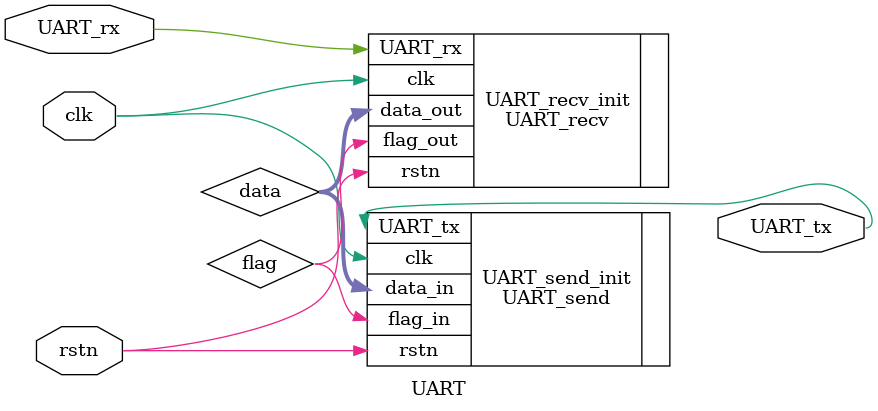
<source format=v>
module UART (
    input   wire            clk         ,
    input   wire            rstn        ,
    input   wire            UART_rx     ,

    output  wire            UART_tx         
);

    localparam   CLK_50MHz   =   26'd50000000    ;    // 时钟频率
    localparam   BAUD        =   17'd115200      ;    // 波特率

    wire    [7:0]   data    ;
    wire            flag    ;

    UART_send
    #(
        .CLK         (CLK_50MHz ),// 时钟频率
        .BAUD        (BAUD      ) // 波特率
    )
    UART_send_init(
        .clk         (clk       ),
        .rstn        (rstn      ),   
        .data_in     (data      ),   // 需要发送的数据
        .flag_in     (flag      ),   // 数据接收标志位，既发送标志位
        .UART_tx     (UART_tx   )    // 串口输出位         
    );

    UART_recv 
    #(
        .CLK         (CLK_50MHz ),    // 时钟频率
        .BAUD        (BAUD      )     // 波特率
    )
    UART_recv_init(
        .clk         (clk       ),
        .rstn        (rstn      ),   
        .UART_rx     (UART_rx   ),
        .flag_out    (flag      ),   // 数据接收完成标志位，既发送开始标志位，半个时钟周期为 1 ，用于判断数据已经全部接收完成
        .data_out    (data      )    // 接收的数据
    );

endmodule //UART
</source>
